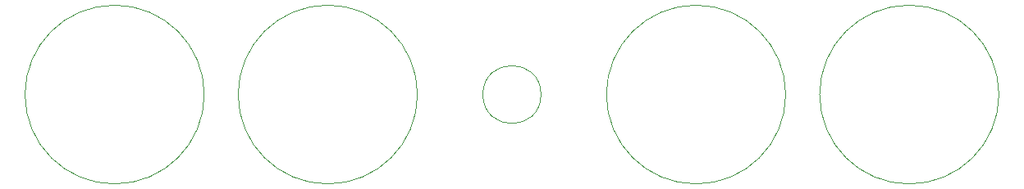
<source format=gbr>
G04 #@! TF.GenerationSoftware,KiCad,Pcbnew,(5.1.8)-1*
G04 #@! TF.CreationDate,2020-11-08T19:12:23+01:00*
G04 #@! TF.ProjectId,MainBoard,4d61696e-426f-4617-9264-2e6b69636164,rev?*
G04 #@! TF.SameCoordinates,Original*
G04 #@! TF.FileFunction,Legend,Bot*
G04 #@! TF.FilePolarity,Positive*
%FSLAX46Y46*%
G04 Gerber Fmt 4.6, Leading zero omitted, Abs format (unit mm)*
G04 Created by KiCad (PCBNEW (5.1.8)-1) date 2020-11-08 19:12:23*
%MOMM*%
%LPD*%
G01*
G04 APERTURE LIST*
%ADD10C,0.120000*%
G04 APERTURE END LIST*
D10*
X98250000Y-40000000D02*
G75*
G03*
X98250000Y-40000000I-9250000J0D01*
G01*
X38250000Y-40000000D02*
G75*
G03*
X38250000Y-40000000I-9250000J0D01*
G01*
X120250000Y-40000000D02*
G75*
G03*
X120250000Y-40000000I-9250000J0D01*
G01*
X60250000Y-40000000D02*
G75*
G03*
X60250000Y-40000000I-9250000J0D01*
G01*
X73000000Y-40000000D02*
G75*
G03*
X73000000Y-40000000I-3000000J0D01*
G01*
M02*

</source>
